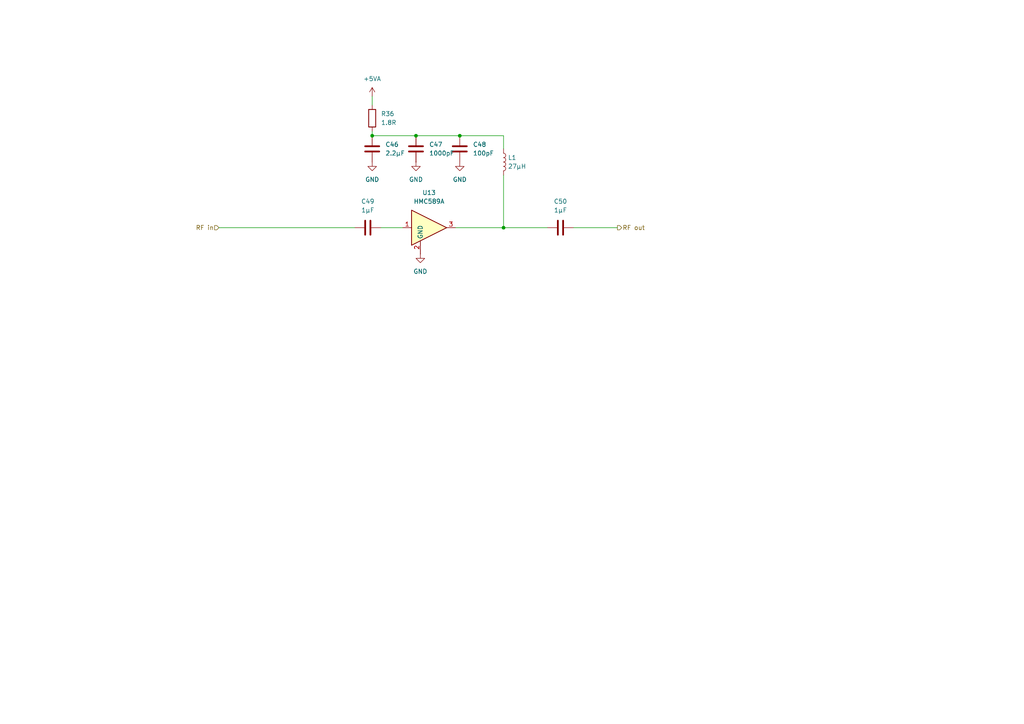
<source format=kicad_sch>
(kicad_sch (version 20231120) (generator "eeschema") (generator_version "8.0")
  (paper "A4")
  (lib_symbols
    (symbol "Device:C" (pin_numbers hide) (pin_names (offset 0.254))
      (property "Reference" "C" (at 0.635 2.54 0))
      (property "Value" "C" (at 0.635 -2.54 0))
      (symbol "C_0_1"
        (polyline (pts (xy -2.032 -0.762) (xy 2.032 -0.762)) (stroke (width 0.508)))
        (polyline (pts (xy -2.032 0.762) (xy 2.032 0.762)) (stroke (width 0.508)))
      )
      (symbol "C_1_1"
        (pin passive line (at 0 3.81 270) (length 2.794) (name "~") (number "1"))
        (pin passive line (at 0 -3.81 90) (length 2.794) (name "~") (number "2"))
      )
    )
    (symbol "Device:L" (pin_numbers hide) (pin_names (offset 1.016) hide)
      (property "Reference" "L" (at -1.27 0 90))
      (property "Value" "L" (at 1.905 0 90))
      (symbol "L_0_1"
        (arc (start 0 -2.54) (mid 0.6323 -1.905) (end 0 -1.27))
        (arc (start 0 -1.27) (mid 0.6323 -0.635) (end 0 0))
        (arc (start 0 0) (mid 0.6323 0.635) (end 0 1.27))
        (arc (start 0 1.27) (mid 0.6323 1.905) (end 0 2.54))
      )
      (symbol "L_1_1"
        (pin passive line (at 0 3.81 270) (length 1.27) (name "1") (number "1"))
        (pin passive line (at 0 -3.81 90) (length 1.27) (name "2") (number "2"))
      )
    )
    (symbol "Device:R" (pin_numbers hide) (pin_names (offset 0))
      (property "Reference" "R" (at 2.032 0 90))
      (property "Value" "R" (at 0 0 90))
      (symbol "R_0_1"
        (rectangle (start -1.016 -2.54) (end 1.016 2.54) (stroke (width 0.254)))
      )
      (symbol "R_1_1"
        (pin passive line (at 0 3.81 270) (length 1.27) (name "~") (number "1"))
        (pin passive line (at 0 -3.81 90) (length 1.27) (name "~") (number "2"))
      )
    )
    (symbol "RF_Amplifier:HMC589A"
      (property "Reference" "U" (at -1.27 7.62 0))
      (property "Value" "HMC589A" (at 2.54 5.08 0))
      (symbol "HMC589A_0_1"
        (polyline (pts (xy 5.08 0) (xy -5.08 5.08) (xy -5.08 -5.08) (xy 5.08 0)) (stroke (width 0.254)) (fill (type background)))
      )
      (symbol "HMC589A_1_1"
        (pin input line (at -7.62 0 0) (length 2.54) (name "~") (number "1"))
        (pin power_in line (at -2.54 -7.62 90) (length 3.81) (name "GND") (number "2"))
        (pin output line (at 7.62 0 180) (length 2.54) (name "~") (number "3"))
      )
    )
    (symbol "power:+5VA" (power) (pin_numbers hide) (pin_names (offset 0) hide)
      (property "Value" "+5VA" (at 0 3.556 0))
      (symbol "+5VA_0_1"
        (polyline (pts (xy -0.762 1.27) (xy 0 2.54)))
        (polyline (pts (xy 0 0) (xy 0 2.54)))
        (polyline (pts (xy 0 2.54) (xy 0.762 1.27)))
      )
      (symbol "+5VA_1_1"
        (pin power_in line (at 0 0 90) (length 0) (name "~") (number "1"))
      )
    )
    (symbol "power:GND" (power) (pin_numbers hide) (pin_names (offset 0) hide)
      (property "Value" "GND" (at 0 -3.81 0))
      (symbol "GND_0_1"
        (polyline (pts (xy 0 0) (xy 0 -1.27) (xy 1.27 -1.27) (xy 0 -2.54) (xy -1.27 -1.27) (xy 0 -1.27)))
      )
      (symbol "GND_1_1"
        (pin power_in line (at 0 0 270) (length 0) (name "~") (number "1"))
      )
    )
  )
  (junction (at 120.65 39.37))
  (junction (at 133.35 39.37))
  (junction (at 146.05 66.04))
  (junction (at 107.95 39.37))
  (wire (pts (xy 107.95 38.1) (xy 107.95 39.37)))
  (wire (pts (xy 63.5 66.04) (xy 102.87 66.04)))
  (wire (pts (xy 110.49 66.04) (xy 116.84 66.04)))
  (wire (pts (xy 133.35 39.37) (xy 146.05 39.37)))
  (wire (pts (xy 107.95 39.37) (xy 120.65 39.37)))
  (wire (pts (xy 146.05 39.37) (xy 146.05 43.18)))
  (wire (pts (xy 146.05 50.8) (xy 146.05 66.04)))
  (wire (pts (xy 146.05 66.04) (xy 158.75 66.04)))
  (wire (pts (xy 179.07 66.04) (xy 166.37 66.04)))
  (wire (pts (xy 107.95 27.94) (xy 107.95 30.48)))
  (wire (pts (xy 120.65 39.37) (xy 133.35 39.37)))
  (wire (pts (xy 132.08 66.04) (xy 146.05 66.04)))
  (hierarchical_label "RF in" (shape input) (at 63.5 66.04 180))
  (hierarchical_label "RF out" (shape output) (at 179.07 66.04 0))
  (symbol (lib_id "Device:C") (at 106.68 66.04 90) (unit 1)
    (property "Reference" "C49" (at 106.68 58.42 90))
    (property "Value" "1µF" (at 106.68 60.96 90))
    (property "Footprint" "Capacitor_SMD:C_0603_1608Metric" (effects (hide yes)))
    (property "Description" "Unpolarized capacitor" (effects (hide yes)))
  )
  (symbol (lib_id "Device:C") (at 133.35 43.18 0) (unit 1)
    (property "Reference" "C48" (at 137.16 41.9099 0) (effects (justify left)))
    (property "Value" "100pF" (at 137.16 44.4499 0) (effects (justify left)))
    (property "Description" "Unpolarized capacitor" (effects (hide yes)))
  )
  (symbol (lib_id "Device:L") (at 146.05 46.99 0) (unit 1)
    (property "Reference" "L1" (at 147.32 45.7199 0) (effects (justify left)))
    (property "Value" "27µH" (at 147.32 48.2599 0) (effects (justify left)))
    (property "Footprint" "Inductor_SMD:L_Bourns_SRR1208_12.7x12.7mm" (effects (hide yes)))
    (property "Description" "Inductor" (effects (hide yes)))
  )
  (symbol (lib_id "Device:R") (at 107.95 34.29 180) (unit 1)
    (property "Reference" "R36" (at 110.49 33.0199 0) (effects (justify right)))
    (property "Value" "1.8R" (at 110.49 35.5599 0) (effects (justify right)))
    (property "Footprint" "Resistor_SMD:R_0603_1608Metric" (effects (hide yes)))
    (property "Description" "Resistor" (effects (hide yes)))
  )
  (symbol (lib_id "power:GND") (at 133.35 46.99 0) (unit 1)
    (property "Reference" "#PWR076" (effects (hide yes)))
    (property "Value" "GND" (at 133.35 52.07 0))
    (property "Description" "Power symbol creates a global label with name \"GND\" , ground" (effects (hide yes)))
  )
  (symbol (lib_id "Device:C") (at 107.95 43.18 0) (unit 1)
    (property "Reference" "C46" (at 111.76 41.9099 0) (effects (justify left)))
    (property "Value" "2.2µF" (at 111.76 44.4499 0) (effects (justify left)))
    (property "Description" "Unpolarized capacitor" (effects (hide yes)))
  )
  (symbol (lib_id "Device:C") (at 120.65 43.18 0) (unit 1)
    (property "Reference" "C47" (at 124.46 41.9099 0) (effects (justify left)))
    (property "Value" "1000pF" (at 124.46 44.4499 0) (effects (justify left)))
    (property "Description" "Unpolarized capacitor" (effects (hide yes)))
  )
  (symbol (lib_id "power:GND") (at 121.92 73.66 0) (unit 1)
    (property "Reference" "#PWR077" (effects (hide yes)))
    (property "Value" "GND" (at 121.92 78.74 0))
    (property "Description" "Power symbol creates a global label with name \"GND\" , ground" (effects (hide yes)))
  )
  (symbol (lib_id "RF_Amplifier:HMC589A") (at 124.46 66.04 0) (unit 1)
    (property "Reference" "U13" (at 124.46 55.88 0))
    (property "Value" "HMC589A" (at 124.46 58.42 0))
    (property "Footprint" "Package_TO_SOT_SMD:SOT-89-3" (effects (hide yes)))
    (property "Datasheet" "https://www.analog.com/media/en/technical-documentation/data-sheets/hmc589ast89e.pdf" (effects (hide yes)))
    (property "Description" "InGaP HBT GAIN BLOCK MMIC AMPLIFIER, DC - 4 GHz" (effects (hide yes)))
  )
  (symbol (lib_id "power:GND") (at 120.65 46.99 0) (unit 1)
    (property "Reference" "#PWR075" (effects (hide yes)))
    (property "Value" "GND" (at 120.65 52.07 0))
    (property "Description" "Power symbol creates a global label with name \"GND\" , ground" (effects (hide yes)))
  )
  (symbol (lib_id "Device:C") (at 162.56 66.04 90) (unit 1)
    (property "Reference" "C50" (at 162.56 58.42 90))
    (property "Value" "1µF" (at 162.56 60.96 90))
    (property "Footprint" "Capacitor_SMD:C_0603_1608Metric" (effects (hide yes)))
    (property "Description" "Unpolarized capacitor" (effects (hide yes)))
  )
  (symbol (lib_id "power:GND") (at 107.95 46.99 0) (unit 1)
    (property "Reference" "#PWR074" (effects (hide yes)))
    (property "Value" "GND" (at 107.95 52.07 0))
    (property "Description" "Power symbol creates a global label with name \"GND\" , ground" (effects (hide yes)))
  )
  (symbol (lib_id "power:+5VA") (at 107.95 27.94 0) (unit 1)
    (property "Reference" "#PWR073" (effects (hide yes)))
    (property "Value" "+5VA" (at 107.95 22.86 0))
    (property "Description" "Power symbol creates a global label with name \"+5VA\"" (effects (hide yes)))
  )
)
</source>
